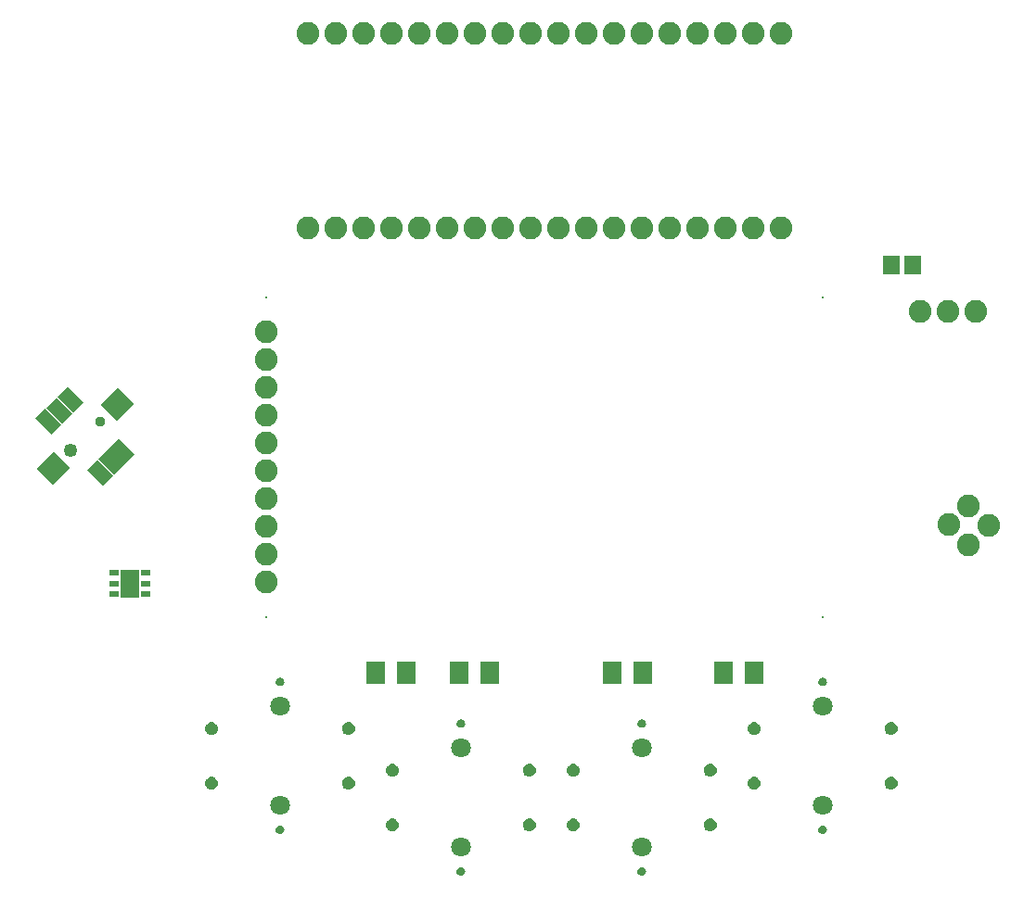
<source format=gbr>
G04 EAGLE Gerber X2 export*
%TF.Part,Single*%
%TF.FileFunction,Soldermask,Top,1*%
%TF.FilePolarity,Negative*%
%TF.GenerationSoftware,Autodesk,EAGLE,9.0.0*%
%TF.CreationDate,2018-05-04T20:30:49Z*%
G75*
%MOMM*%
%FSLAX34Y34*%
%LPD*%
%AMOC8*
5,1,8,0,0,1.08239X$1,22.5*%
G01*
%ADD10C,0.205400*%
%ADD11C,1.803200*%
%ADD12R,1.700000X2.600000*%
%ADD13R,0.950000X0.550000*%
%ADD14C,2.082800*%
%ADD15R,1.803200X2.003200*%
%ADD16R,2.053200X1.303200*%
%ADD17R,2.103200X2.203200*%
%ADD18C,0.953200*%
%ADD19C,1.253200*%
%ADD20R,1.503200X1.803200*%

G36*
X229558Y210421D02*
X229558Y210421D01*
X229648Y210420D01*
X230838Y210577D01*
X230886Y210592D01*
X230976Y210611D01*
X232101Y211029D01*
X232145Y211055D01*
X232228Y211093D01*
X233232Y211751D01*
X233269Y211785D01*
X233341Y211841D01*
X234174Y212706D01*
X234202Y212748D01*
X234260Y212819D01*
X234880Y213847D01*
X234898Y213894D01*
X234939Y213976D01*
X235314Y215116D01*
X235321Y215166D01*
X235343Y215255D01*
X235455Y216451D01*
X235450Y216501D01*
X235452Y216590D01*
X235305Y217741D01*
X235290Y217789D01*
X235272Y217879D01*
X234872Y218968D01*
X234847Y219012D01*
X234809Y219096D01*
X234177Y220069D01*
X234142Y220106D01*
X234087Y220179D01*
X233254Y220987D01*
X233212Y221015D01*
X233142Y221074D01*
X232150Y221677D01*
X232103Y221695D01*
X232022Y221737D01*
X230921Y222104D01*
X230871Y222111D01*
X230782Y222133D01*
X229627Y222246D01*
X229577Y222242D01*
X229481Y222244D01*
X228283Y222083D01*
X228235Y222067D01*
X228145Y222048D01*
X227013Y221625D01*
X226969Y221599D01*
X226886Y221561D01*
X225876Y220896D01*
X225839Y220861D01*
X225767Y220805D01*
X224930Y219932D01*
X224903Y219890D01*
X224844Y219819D01*
X224223Y218782D01*
X224205Y218735D01*
X224164Y218653D01*
X223789Y217504D01*
X223782Y217454D01*
X223760Y217365D01*
X223650Y216161D01*
X223655Y216110D01*
X223653Y216018D01*
X223809Y214871D01*
X223824Y214823D01*
X223843Y214733D01*
X224250Y213649D01*
X224275Y213606D01*
X224314Y213523D01*
X224952Y212556D01*
X224986Y212520D01*
X225042Y212447D01*
X225879Y211647D01*
X225921Y211619D01*
X225992Y211561D01*
X226986Y210967D01*
X227033Y210949D01*
X227115Y210908D01*
X228216Y210550D01*
X228266Y210543D01*
X228355Y210521D01*
X229508Y210417D01*
X229558Y210421D01*
G37*
G36*
X519753Y172270D02*
X519753Y172270D01*
X519843Y172269D01*
X521033Y172426D01*
X521081Y172441D01*
X521171Y172460D01*
X522296Y172878D01*
X522340Y172904D01*
X522423Y172942D01*
X523427Y173600D01*
X523464Y173634D01*
X523536Y173690D01*
X524369Y174555D01*
X524397Y174597D01*
X524455Y174668D01*
X525075Y175696D01*
X525093Y175743D01*
X525134Y175825D01*
X525509Y176966D01*
X525516Y177016D01*
X525538Y177105D01*
X525650Y178300D01*
X525645Y178350D01*
X525647Y178439D01*
X525500Y179590D01*
X525485Y179638D01*
X525467Y179728D01*
X525067Y180818D01*
X525042Y180861D01*
X525004Y180945D01*
X524372Y181918D01*
X524337Y181955D01*
X524282Y182028D01*
X523449Y182836D01*
X523407Y182864D01*
X523337Y182923D01*
X522345Y183526D01*
X522298Y183544D01*
X522217Y183586D01*
X521116Y183953D01*
X521066Y183960D01*
X520977Y183982D01*
X519822Y184095D01*
X519772Y184091D01*
X519676Y184093D01*
X518478Y183932D01*
X518430Y183917D01*
X518340Y183898D01*
X517208Y183474D01*
X517164Y183448D01*
X517081Y183410D01*
X516071Y182745D01*
X516034Y182710D01*
X515962Y182654D01*
X515125Y181781D01*
X515098Y181739D01*
X515039Y181669D01*
X514418Y180632D01*
X514400Y180584D01*
X514359Y180502D01*
X513984Y179353D01*
X513977Y179303D01*
X513955Y179214D01*
X513845Y178010D01*
X513850Y177960D01*
X513848Y177867D01*
X514004Y176720D01*
X514019Y176672D01*
X514038Y176582D01*
X514445Y175498D01*
X514470Y175455D01*
X514509Y175372D01*
X515147Y174405D01*
X515181Y174369D01*
X515237Y174296D01*
X516074Y173496D01*
X516116Y173468D01*
X516187Y173410D01*
X517181Y172816D01*
X517228Y172798D01*
X517310Y172757D01*
X518411Y172399D01*
X518461Y172392D01*
X518550Y172370D01*
X519703Y172266D01*
X519753Y172270D01*
G37*
G36*
X684853Y172270D02*
X684853Y172270D01*
X684943Y172269D01*
X686133Y172426D01*
X686181Y172441D01*
X686271Y172460D01*
X687396Y172878D01*
X687440Y172904D01*
X687523Y172942D01*
X688527Y173600D01*
X688564Y173634D01*
X688636Y173690D01*
X689469Y174555D01*
X689497Y174597D01*
X689555Y174668D01*
X690175Y175696D01*
X690193Y175743D01*
X690234Y175825D01*
X690609Y176966D01*
X690616Y177016D01*
X690638Y177105D01*
X690750Y178300D01*
X690745Y178350D01*
X690747Y178439D01*
X690600Y179590D01*
X690585Y179638D01*
X690567Y179728D01*
X690167Y180818D01*
X690142Y180861D01*
X690104Y180945D01*
X689472Y181918D01*
X689437Y181955D01*
X689382Y182028D01*
X688549Y182836D01*
X688507Y182864D01*
X688437Y182923D01*
X687445Y183526D01*
X687398Y183544D01*
X687317Y183586D01*
X686216Y183953D01*
X686166Y183960D01*
X686077Y183982D01*
X684922Y184095D01*
X684872Y184091D01*
X684776Y184093D01*
X683578Y183932D01*
X683530Y183917D01*
X683440Y183898D01*
X682308Y183474D01*
X682264Y183448D01*
X682181Y183410D01*
X681171Y182745D01*
X681134Y182710D01*
X681062Y182654D01*
X680225Y181781D01*
X680198Y181739D01*
X680139Y181669D01*
X679518Y180632D01*
X679500Y180584D01*
X679459Y180502D01*
X679084Y179353D01*
X679077Y179303D01*
X679055Y179214D01*
X678945Y178010D01*
X678950Y177960D01*
X678948Y177867D01*
X679104Y176720D01*
X679119Y176672D01*
X679138Y176582D01*
X679545Y175498D01*
X679570Y175455D01*
X679609Y175372D01*
X680247Y174405D01*
X680281Y174369D01*
X680337Y174296D01*
X681174Y173496D01*
X681216Y173468D01*
X681287Y173410D01*
X682281Y172816D01*
X682328Y172798D01*
X682410Y172757D01*
X683511Y172399D01*
X683561Y172392D01*
X683650Y172370D01*
X684803Y172266D01*
X684853Y172270D01*
G37*
G36*
X394658Y172321D02*
X394658Y172321D01*
X394748Y172320D01*
X395938Y172477D01*
X395986Y172492D01*
X396076Y172511D01*
X397201Y172929D01*
X397245Y172955D01*
X397328Y172993D01*
X398332Y173651D01*
X398369Y173685D01*
X398441Y173741D01*
X399274Y174606D01*
X399302Y174648D01*
X399360Y174719D01*
X399980Y175747D01*
X399998Y175794D01*
X400039Y175876D01*
X400414Y177016D01*
X400421Y177066D01*
X400443Y177155D01*
X400555Y178351D01*
X400550Y178401D01*
X400552Y178490D01*
X400405Y179641D01*
X400390Y179689D01*
X400372Y179779D01*
X399972Y180868D01*
X399947Y180912D01*
X399909Y180996D01*
X399277Y181969D01*
X399242Y182006D01*
X399187Y182079D01*
X398354Y182887D01*
X398312Y182915D01*
X398242Y182974D01*
X397250Y183577D01*
X397203Y183595D01*
X397122Y183637D01*
X396021Y184004D01*
X395971Y184011D01*
X395882Y184033D01*
X394727Y184146D01*
X394677Y184142D01*
X394581Y184144D01*
X393383Y183983D01*
X393335Y183967D01*
X393245Y183948D01*
X392113Y183525D01*
X392069Y183499D01*
X391986Y183461D01*
X390976Y182796D01*
X390939Y182761D01*
X390867Y182705D01*
X390030Y181832D01*
X390003Y181790D01*
X389944Y181719D01*
X389323Y180682D01*
X389305Y180635D01*
X389264Y180553D01*
X388889Y179404D01*
X388882Y179354D01*
X388860Y179265D01*
X388750Y178061D01*
X388755Y178010D01*
X388753Y177918D01*
X388909Y176771D01*
X388924Y176723D01*
X388943Y176633D01*
X389350Y175549D01*
X389375Y175506D01*
X389414Y175423D01*
X390052Y174456D01*
X390086Y174420D01*
X390142Y174347D01*
X390979Y173547D01*
X391021Y173519D01*
X391092Y173461D01*
X392086Y172867D01*
X392133Y172849D01*
X392215Y172808D01*
X393316Y172450D01*
X393366Y172443D01*
X393455Y172421D01*
X394608Y172317D01*
X394658Y172321D01*
G37*
G36*
X354603Y260358D02*
X354603Y260358D01*
X354692Y260356D01*
X355882Y260513D01*
X355930Y260528D01*
X356020Y260547D01*
X357145Y260965D01*
X357189Y260991D01*
X357272Y261029D01*
X358276Y261687D01*
X358313Y261722D01*
X358386Y261778D01*
X359218Y262642D01*
X359246Y262684D01*
X359305Y262755D01*
X359924Y263783D01*
X359942Y263831D01*
X359983Y263912D01*
X360358Y265053D01*
X360365Y265103D01*
X360387Y265192D01*
X360499Y266387D01*
X360494Y266437D01*
X360496Y266526D01*
X360349Y267677D01*
X360334Y267725D01*
X360316Y267815D01*
X359917Y268905D01*
X359891Y268948D01*
X359853Y269032D01*
X359221Y270005D01*
X359187Y270042D01*
X359131Y270115D01*
X358299Y270923D01*
X358257Y270952D01*
X358186Y271010D01*
X357195Y271613D01*
X357148Y271631D01*
X357066Y271673D01*
X355965Y272040D01*
X355915Y272047D01*
X355826Y272070D01*
X354671Y272183D01*
X354621Y272179D01*
X354525Y272180D01*
X353327Y272019D01*
X353279Y272004D01*
X353189Y271985D01*
X352057Y271561D01*
X352013Y271536D01*
X351930Y271497D01*
X350920Y270832D01*
X350884Y270797D01*
X350811Y270741D01*
X349975Y269869D01*
X349947Y269827D01*
X349888Y269756D01*
X349267Y268719D01*
X349249Y268672D01*
X349208Y268590D01*
X348833Y267440D01*
X348826Y267390D01*
X348804Y267301D01*
X348695Y266097D01*
X348699Y266047D01*
X348698Y265955D01*
X348853Y264807D01*
X348868Y264759D01*
X348887Y264670D01*
X349294Y263586D01*
X349320Y263542D01*
X349358Y263459D01*
X349996Y262493D01*
X350030Y262456D01*
X350087Y262384D01*
X350923Y261583D01*
X350965Y261555D01*
X351036Y261497D01*
X352030Y260903D01*
X352077Y260885D01*
X352159Y260844D01*
X353260Y260486D01*
X353310Y260479D01*
X353399Y260457D01*
X354552Y260353D01*
X354603Y260358D01*
G37*
G36*
X849903Y260358D02*
X849903Y260358D01*
X849992Y260356D01*
X851182Y260513D01*
X851230Y260528D01*
X851320Y260547D01*
X852445Y260965D01*
X852489Y260991D01*
X852572Y261029D01*
X853576Y261687D01*
X853613Y261722D01*
X853686Y261778D01*
X854518Y262642D01*
X854546Y262684D01*
X854605Y262755D01*
X855224Y263783D01*
X855242Y263831D01*
X855283Y263912D01*
X855658Y265053D01*
X855665Y265103D01*
X855687Y265192D01*
X855799Y266387D01*
X855794Y266437D01*
X855796Y266526D01*
X855649Y267677D01*
X855634Y267725D01*
X855616Y267815D01*
X855217Y268905D01*
X855191Y268948D01*
X855153Y269032D01*
X854521Y270005D01*
X854487Y270042D01*
X854431Y270115D01*
X853599Y270923D01*
X853557Y270952D01*
X853486Y271010D01*
X852495Y271613D01*
X852448Y271631D01*
X852366Y271673D01*
X851265Y272040D01*
X851215Y272047D01*
X851126Y272070D01*
X849971Y272183D01*
X849921Y272179D01*
X849825Y272180D01*
X848627Y272019D01*
X848579Y272004D01*
X848489Y271985D01*
X847357Y271561D01*
X847313Y271536D01*
X847230Y271497D01*
X846220Y270832D01*
X846184Y270797D01*
X846111Y270741D01*
X845275Y269869D01*
X845247Y269827D01*
X845188Y269756D01*
X844567Y268719D01*
X844549Y268672D01*
X844508Y268590D01*
X844133Y267440D01*
X844126Y267390D01*
X844104Y267301D01*
X843995Y266097D01*
X843999Y266047D01*
X843998Y265955D01*
X844153Y264807D01*
X844168Y264759D01*
X844187Y264670D01*
X844594Y263586D01*
X844620Y263542D01*
X844658Y263459D01*
X845296Y262493D01*
X845330Y262456D01*
X845387Y262384D01*
X846223Y261583D01*
X846265Y261555D01*
X846336Y261497D01*
X847330Y260903D01*
X847377Y260885D01*
X847459Y260844D01*
X848560Y260486D01*
X848610Y260479D01*
X848699Y260457D01*
X849852Y260353D01*
X849903Y260358D01*
G37*
G36*
X724884Y260332D02*
X724884Y260332D01*
X724974Y260331D01*
X726164Y260488D01*
X726212Y260503D01*
X726301Y260522D01*
X727427Y260940D01*
X727470Y260966D01*
X727553Y261004D01*
X728558Y261662D01*
X728594Y261696D01*
X728667Y261752D01*
X729499Y262617D01*
X729527Y262659D01*
X729586Y262730D01*
X730205Y263758D01*
X730223Y263805D01*
X730264Y263887D01*
X730639Y265027D01*
X730646Y265077D01*
X730668Y265166D01*
X730780Y266362D01*
X730776Y266412D01*
X730778Y266501D01*
X730631Y267652D01*
X730616Y267700D01*
X730597Y267790D01*
X730198Y268879D01*
X730172Y268923D01*
X730134Y269007D01*
X729502Y269980D01*
X729468Y270017D01*
X729412Y270090D01*
X728580Y270898D01*
X728538Y270926D01*
X728467Y270985D01*
X727476Y271588D01*
X727429Y271606D01*
X727347Y271648D01*
X726246Y272015D01*
X726196Y272022D01*
X726107Y272044D01*
X724952Y272157D01*
X724902Y272153D01*
X724806Y272155D01*
X723608Y271994D01*
X723560Y271978D01*
X723470Y271959D01*
X722338Y271536D01*
X722295Y271510D01*
X722211Y271472D01*
X721202Y270807D01*
X721165Y270772D01*
X721092Y270716D01*
X720256Y269843D01*
X720228Y269801D01*
X720170Y269730D01*
X719548Y268693D01*
X719530Y268646D01*
X719489Y268564D01*
X719114Y267415D01*
X719107Y267365D01*
X719086Y267276D01*
X718976Y266072D01*
X718980Y266021D01*
X718979Y265929D01*
X719134Y264782D01*
X719149Y264734D01*
X719169Y264644D01*
X719575Y263560D01*
X719601Y263517D01*
X719639Y263434D01*
X720277Y262467D01*
X720312Y262431D01*
X720368Y262358D01*
X721204Y261558D01*
X721247Y261530D01*
X721317Y261472D01*
X722311Y260878D01*
X722358Y260860D01*
X722440Y260819D01*
X723541Y260461D01*
X723591Y260454D01*
X723680Y260432D01*
X724834Y260328D01*
X724884Y260332D01*
G37*
G36*
X229584Y260332D02*
X229584Y260332D01*
X229674Y260331D01*
X230864Y260488D01*
X230912Y260503D01*
X231001Y260522D01*
X232127Y260940D01*
X232170Y260966D01*
X232253Y261004D01*
X233258Y261662D01*
X233294Y261696D01*
X233367Y261752D01*
X234199Y262617D01*
X234227Y262659D01*
X234286Y262730D01*
X234905Y263758D01*
X234923Y263805D01*
X234964Y263887D01*
X235339Y265027D01*
X235346Y265077D01*
X235368Y265166D01*
X235480Y266362D01*
X235476Y266412D01*
X235478Y266501D01*
X235331Y267652D01*
X235316Y267700D01*
X235297Y267790D01*
X234898Y268879D01*
X234872Y268923D01*
X234834Y269007D01*
X234202Y269980D01*
X234168Y270017D01*
X234112Y270090D01*
X233280Y270898D01*
X233238Y270926D01*
X233167Y270985D01*
X232176Y271588D01*
X232129Y271606D01*
X232047Y271648D01*
X230946Y272015D01*
X230896Y272022D01*
X230807Y272044D01*
X229652Y272157D01*
X229602Y272153D01*
X229506Y272155D01*
X228308Y271994D01*
X228260Y271978D01*
X228170Y271959D01*
X227038Y271536D01*
X226995Y271510D01*
X226911Y271472D01*
X225902Y270807D01*
X225865Y270772D01*
X225792Y270716D01*
X224956Y269843D01*
X224928Y269801D01*
X224870Y269730D01*
X224248Y268693D01*
X224230Y268646D01*
X224189Y268564D01*
X223814Y267415D01*
X223807Y267365D01*
X223786Y267276D01*
X223676Y266072D01*
X223680Y266021D01*
X223679Y265929D01*
X223834Y264782D01*
X223849Y264734D01*
X223869Y264644D01*
X224275Y263560D01*
X224301Y263517D01*
X224339Y263434D01*
X224977Y262467D01*
X225012Y262431D01*
X225068Y262358D01*
X225904Y261558D01*
X225947Y261530D01*
X226017Y261472D01*
X227011Y260878D01*
X227058Y260860D01*
X227140Y260819D01*
X228241Y260461D01*
X228291Y260454D01*
X228380Y260432D01*
X229534Y260328D01*
X229584Y260332D01*
G37*
G36*
X519703Y222258D02*
X519703Y222258D01*
X519792Y222256D01*
X520982Y222413D01*
X521030Y222428D01*
X521120Y222447D01*
X522245Y222865D01*
X522289Y222891D01*
X522372Y222929D01*
X523376Y223587D01*
X523413Y223622D01*
X523486Y223678D01*
X524318Y224542D01*
X524346Y224584D01*
X524405Y224655D01*
X525024Y225683D01*
X525042Y225731D01*
X525083Y225812D01*
X525458Y226953D01*
X525465Y227003D01*
X525487Y227092D01*
X525599Y228287D01*
X525594Y228337D01*
X525596Y228426D01*
X525449Y229577D01*
X525434Y229625D01*
X525416Y229715D01*
X525017Y230805D01*
X524991Y230848D01*
X524953Y230932D01*
X524321Y231905D01*
X524287Y231942D01*
X524231Y232015D01*
X523399Y232823D01*
X523357Y232852D01*
X523286Y232910D01*
X522295Y233513D01*
X522248Y233531D01*
X522166Y233573D01*
X521065Y233940D01*
X521015Y233947D01*
X520926Y233970D01*
X519771Y234083D01*
X519721Y234079D01*
X519625Y234080D01*
X518427Y233919D01*
X518379Y233904D01*
X518289Y233885D01*
X517157Y233461D01*
X517113Y233436D01*
X517030Y233397D01*
X516020Y232732D01*
X515984Y232697D01*
X515911Y232641D01*
X515075Y231769D01*
X515047Y231727D01*
X514988Y231656D01*
X514367Y230619D01*
X514349Y230572D01*
X514308Y230490D01*
X513933Y229340D01*
X513926Y229290D01*
X513904Y229201D01*
X513795Y227997D01*
X513799Y227947D01*
X513798Y227855D01*
X513953Y226707D01*
X513968Y226659D01*
X513987Y226570D01*
X514394Y225486D01*
X514420Y225442D01*
X514458Y225359D01*
X515096Y224393D01*
X515130Y224356D01*
X515187Y224284D01*
X516023Y223483D01*
X516065Y223455D01*
X516136Y223397D01*
X517130Y222803D01*
X517177Y222785D01*
X517259Y222744D01*
X518360Y222386D01*
X518410Y222379D01*
X518499Y222357D01*
X519652Y222253D01*
X519703Y222258D01*
G37*
G36*
X684803Y222258D02*
X684803Y222258D01*
X684892Y222256D01*
X686082Y222413D01*
X686130Y222428D01*
X686220Y222447D01*
X687345Y222865D01*
X687389Y222891D01*
X687472Y222929D01*
X688476Y223587D01*
X688513Y223622D01*
X688586Y223678D01*
X689418Y224542D01*
X689446Y224584D01*
X689505Y224655D01*
X690124Y225683D01*
X690142Y225731D01*
X690183Y225812D01*
X690558Y226953D01*
X690565Y227003D01*
X690587Y227092D01*
X690699Y228287D01*
X690694Y228337D01*
X690696Y228426D01*
X690549Y229577D01*
X690534Y229625D01*
X690516Y229715D01*
X690117Y230805D01*
X690091Y230848D01*
X690053Y230932D01*
X689421Y231905D01*
X689387Y231942D01*
X689331Y232015D01*
X688499Y232823D01*
X688457Y232852D01*
X688386Y232910D01*
X687395Y233513D01*
X687348Y233531D01*
X687266Y233573D01*
X686165Y233940D01*
X686115Y233947D01*
X686026Y233970D01*
X684871Y234083D01*
X684821Y234079D01*
X684725Y234080D01*
X683527Y233919D01*
X683479Y233904D01*
X683389Y233885D01*
X682257Y233461D01*
X682213Y233436D01*
X682130Y233397D01*
X681120Y232732D01*
X681084Y232697D01*
X681011Y232641D01*
X680175Y231769D01*
X680147Y231727D01*
X680088Y231656D01*
X679467Y230619D01*
X679449Y230572D01*
X679408Y230490D01*
X679033Y229340D01*
X679026Y229290D01*
X679004Y229201D01*
X678895Y227997D01*
X678899Y227947D01*
X678898Y227855D01*
X679053Y226707D01*
X679068Y226659D01*
X679087Y226570D01*
X679494Y225486D01*
X679520Y225442D01*
X679558Y225359D01*
X680196Y224393D01*
X680230Y224356D01*
X680287Y224284D01*
X681123Y223483D01*
X681165Y223455D01*
X681236Y223397D01*
X682230Y222803D01*
X682277Y222785D01*
X682359Y222744D01*
X683460Y222386D01*
X683510Y222379D01*
X683599Y222357D01*
X684752Y222253D01*
X684803Y222258D01*
G37*
G36*
X559784Y222232D02*
X559784Y222232D01*
X559874Y222231D01*
X561064Y222388D01*
X561112Y222403D01*
X561201Y222422D01*
X562327Y222840D01*
X562370Y222866D01*
X562453Y222904D01*
X563458Y223562D01*
X563494Y223596D01*
X563567Y223652D01*
X564399Y224517D01*
X564427Y224559D01*
X564486Y224630D01*
X565105Y225658D01*
X565123Y225705D01*
X565164Y225787D01*
X565539Y226927D01*
X565546Y226977D01*
X565568Y227066D01*
X565680Y228262D01*
X565676Y228312D01*
X565678Y228401D01*
X565531Y229552D01*
X565516Y229600D01*
X565497Y229690D01*
X565098Y230779D01*
X565072Y230823D01*
X565034Y230907D01*
X564402Y231880D01*
X564368Y231917D01*
X564312Y231990D01*
X563480Y232798D01*
X563438Y232826D01*
X563367Y232885D01*
X562376Y233488D01*
X562329Y233506D01*
X562247Y233548D01*
X561146Y233915D01*
X561096Y233922D01*
X561007Y233944D01*
X559852Y234057D01*
X559802Y234053D01*
X559706Y234055D01*
X558508Y233894D01*
X558460Y233878D01*
X558370Y233859D01*
X557238Y233436D01*
X557195Y233410D01*
X557111Y233372D01*
X556102Y232707D01*
X556065Y232672D01*
X555992Y232616D01*
X555156Y231743D01*
X555128Y231701D01*
X555070Y231630D01*
X554448Y230593D01*
X554430Y230546D01*
X554389Y230464D01*
X554014Y229315D01*
X554007Y229265D01*
X553986Y229176D01*
X553876Y227972D01*
X553880Y227921D01*
X553879Y227829D01*
X554034Y226682D01*
X554049Y226634D01*
X554069Y226544D01*
X554475Y225460D01*
X554501Y225417D01*
X554539Y225334D01*
X555177Y224367D01*
X555212Y224331D01*
X555268Y224258D01*
X556104Y223458D01*
X556147Y223430D01*
X556217Y223372D01*
X557211Y222778D01*
X557258Y222760D01*
X557340Y222719D01*
X558441Y222361D01*
X558491Y222354D01*
X558580Y222332D01*
X559734Y222228D01*
X559784Y222232D01*
G37*
G36*
X394684Y222232D02*
X394684Y222232D01*
X394774Y222231D01*
X395964Y222388D01*
X396012Y222403D01*
X396101Y222422D01*
X397227Y222840D01*
X397270Y222866D01*
X397353Y222904D01*
X398358Y223562D01*
X398394Y223596D01*
X398467Y223652D01*
X399299Y224517D01*
X399327Y224559D01*
X399386Y224630D01*
X400005Y225658D01*
X400023Y225705D01*
X400064Y225787D01*
X400439Y226927D01*
X400446Y226977D01*
X400468Y227066D01*
X400580Y228262D01*
X400576Y228312D01*
X400578Y228401D01*
X400431Y229552D01*
X400416Y229600D01*
X400397Y229690D01*
X399998Y230779D01*
X399972Y230823D01*
X399934Y230907D01*
X399302Y231880D01*
X399268Y231917D01*
X399212Y231990D01*
X398380Y232798D01*
X398338Y232826D01*
X398267Y232885D01*
X397276Y233488D01*
X397229Y233506D01*
X397147Y233548D01*
X396046Y233915D01*
X395996Y233922D01*
X395907Y233944D01*
X394752Y234057D01*
X394702Y234053D01*
X394606Y234055D01*
X393408Y233894D01*
X393360Y233878D01*
X393270Y233859D01*
X392138Y233436D01*
X392095Y233410D01*
X392011Y233372D01*
X391002Y232707D01*
X390965Y232672D01*
X390892Y232616D01*
X390056Y231743D01*
X390028Y231701D01*
X389970Y231630D01*
X389348Y230593D01*
X389330Y230546D01*
X389289Y230464D01*
X388914Y229315D01*
X388907Y229265D01*
X388886Y229176D01*
X388776Y227972D01*
X388780Y227921D01*
X388779Y227829D01*
X388934Y226682D01*
X388949Y226634D01*
X388969Y226544D01*
X389375Y225460D01*
X389401Y225417D01*
X389439Y225334D01*
X390077Y224367D01*
X390112Y224331D01*
X390168Y224258D01*
X391004Y223458D01*
X391047Y223430D01*
X391117Y223372D01*
X392111Y222778D01*
X392158Y222760D01*
X392240Y222719D01*
X393341Y222361D01*
X393391Y222354D01*
X393480Y222332D01*
X394634Y222228D01*
X394684Y222232D01*
G37*
G36*
X559758Y172321D02*
X559758Y172321D01*
X559848Y172320D01*
X561038Y172477D01*
X561086Y172492D01*
X561176Y172511D01*
X562301Y172929D01*
X562345Y172955D01*
X562428Y172993D01*
X563432Y173651D01*
X563469Y173685D01*
X563541Y173741D01*
X564374Y174606D01*
X564402Y174648D01*
X564460Y174719D01*
X565080Y175747D01*
X565098Y175794D01*
X565139Y175876D01*
X565514Y177016D01*
X565521Y177066D01*
X565543Y177155D01*
X565655Y178351D01*
X565650Y178401D01*
X565652Y178490D01*
X565505Y179641D01*
X565490Y179689D01*
X565472Y179779D01*
X565072Y180868D01*
X565047Y180912D01*
X565009Y180996D01*
X564377Y181969D01*
X564342Y182006D01*
X564287Y182079D01*
X563454Y182887D01*
X563412Y182915D01*
X563342Y182974D01*
X562350Y183577D01*
X562303Y183595D01*
X562222Y183637D01*
X561121Y184004D01*
X561071Y184011D01*
X560982Y184033D01*
X559827Y184146D01*
X559777Y184142D01*
X559681Y184144D01*
X558483Y183983D01*
X558435Y183967D01*
X558345Y183948D01*
X557213Y183525D01*
X557169Y183499D01*
X557086Y183461D01*
X556076Y182796D01*
X556039Y182761D01*
X555967Y182705D01*
X555130Y181832D01*
X555103Y181790D01*
X555044Y181719D01*
X554423Y180682D01*
X554405Y180635D01*
X554364Y180553D01*
X553989Y179404D01*
X553982Y179354D01*
X553960Y179265D01*
X553850Y178061D01*
X553855Y178010D01*
X553853Y177918D01*
X554009Y176771D01*
X554024Y176723D01*
X554043Y176633D01*
X554450Y175549D01*
X554475Y175506D01*
X554514Y175423D01*
X555152Y174456D01*
X555186Y174420D01*
X555242Y174347D01*
X556079Y173547D01*
X556121Y173519D01*
X556192Y173461D01*
X557186Y172867D01*
X557233Y172849D01*
X557315Y172808D01*
X558416Y172450D01*
X558466Y172443D01*
X558555Y172421D01*
X559708Y172317D01*
X559758Y172321D01*
G37*
G36*
X724858Y210421D02*
X724858Y210421D01*
X724948Y210420D01*
X726138Y210577D01*
X726186Y210592D01*
X726276Y210611D01*
X727401Y211029D01*
X727445Y211055D01*
X727528Y211093D01*
X728532Y211751D01*
X728569Y211785D01*
X728641Y211841D01*
X729474Y212706D01*
X729502Y212748D01*
X729560Y212819D01*
X730180Y213847D01*
X730198Y213894D01*
X730239Y213976D01*
X730614Y215116D01*
X730621Y215166D01*
X730643Y215255D01*
X730755Y216451D01*
X730750Y216501D01*
X730752Y216590D01*
X730605Y217741D01*
X730590Y217789D01*
X730572Y217879D01*
X730172Y218968D01*
X730147Y219012D01*
X730109Y219096D01*
X729477Y220069D01*
X729442Y220106D01*
X729387Y220179D01*
X728554Y220987D01*
X728512Y221015D01*
X728442Y221074D01*
X727450Y221677D01*
X727403Y221695D01*
X727322Y221737D01*
X726221Y222104D01*
X726171Y222111D01*
X726082Y222133D01*
X724927Y222246D01*
X724877Y222242D01*
X724781Y222244D01*
X723583Y222083D01*
X723535Y222067D01*
X723445Y222048D01*
X722313Y221625D01*
X722269Y221599D01*
X722186Y221561D01*
X721176Y220896D01*
X721139Y220861D01*
X721067Y220805D01*
X720230Y219932D01*
X720203Y219890D01*
X720144Y219819D01*
X719523Y218782D01*
X719505Y218735D01*
X719464Y218653D01*
X719089Y217504D01*
X719082Y217454D01*
X719060Y217365D01*
X718950Y216161D01*
X718955Y216110D01*
X718953Y216018D01*
X719109Y214871D01*
X719124Y214823D01*
X719143Y214733D01*
X719550Y213649D01*
X719575Y213606D01*
X719614Y213523D01*
X720252Y212556D01*
X720286Y212520D01*
X720342Y212447D01*
X721179Y211647D01*
X721221Y211619D01*
X721292Y211561D01*
X722286Y210967D01*
X722333Y210949D01*
X722415Y210908D01*
X723516Y210550D01*
X723566Y210543D01*
X723655Y210521D01*
X724808Y210417D01*
X724858Y210421D01*
G37*
G36*
X354653Y210370D02*
X354653Y210370D01*
X354743Y210369D01*
X355933Y210526D01*
X355981Y210541D01*
X356071Y210560D01*
X357196Y210978D01*
X357240Y211004D01*
X357323Y211042D01*
X358327Y211700D01*
X358364Y211734D01*
X358436Y211790D01*
X359269Y212655D01*
X359297Y212697D01*
X359355Y212768D01*
X359975Y213796D01*
X359993Y213843D01*
X360034Y213925D01*
X360409Y215066D01*
X360416Y215116D01*
X360438Y215205D01*
X360550Y216400D01*
X360545Y216450D01*
X360547Y216539D01*
X360400Y217690D01*
X360385Y217738D01*
X360367Y217828D01*
X359967Y218918D01*
X359942Y218961D01*
X359904Y219045D01*
X359272Y220018D01*
X359237Y220055D01*
X359182Y220128D01*
X358349Y220936D01*
X358307Y220964D01*
X358237Y221023D01*
X357245Y221626D01*
X357198Y221644D01*
X357117Y221686D01*
X356016Y222053D01*
X355966Y222060D01*
X355877Y222082D01*
X354722Y222195D01*
X354672Y222191D01*
X354576Y222193D01*
X353378Y222032D01*
X353330Y222017D01*
X353240Y221998D01*
X352108Y221574D01*
X352064Y221548D01*
X351981Y221510D01*
X350971Y220845D01*
X350934Y220810D01*
X350862Y220754D01*
X350025Y219881D01*
X349998Y219839D01*
X349939Y219769D01*
X349318Y218732D01*
X349300Y218684D01*
X349259Y218602D01*
X348884Y217453D01*
X348877Y217403D01*
X348855Y217314D01*
X348745Y216110D01*
X348750Y216060D01*
X348748Y215967D01*
X348904Y214820D01*
X348919Y214772D01*
X348938Y214682D01*
X349345Y213598D01*
X349370Y213555D01*
X349409Y213472D01*
X350047Y212505D01*
X350081Y212469D01*
X350137Y212396D01*
X350974Y211596D01*
X351016Y211568D01*
X351087Y211510D01*
X352081Y210916D01*
X352128Y210898D01*
X352210Y210857D01*
X353311Y210499D01*
X353361Y210492D01*
X353450Y210470D01*
X354603Y210366D01*
X354653Y210370D01*
G37*
G36*
X849953Y210370D02*
X849953Y210370D01*
X850043Y210369D01*
X851233Y210526D01*
X851281Y210541D01*
X851371Y210560D01*
X852496Y210978D01*
X852540Y211004D01*
X852623Y211042D01*
X853627Y211700D01*
X853664Y211734D01*
X853736Y211790D01*
X854569Y212655D01*
X854597Y212697D01*
X854655Y212768D01*
X855275Y213796D01*
X855293Y213843D01*
X855334Y213925D01*
X855709Y215066D01*
X855716Y215116D01*
X855738Y215205D01*
X855850Y216400D01*
X855845Y216450D01*
X855847Y216539D01*
X855700Y217690D01*
X855685Y217738D01*
X855667Y217828D01*
X855267Y218918D01*
X855242Y218961D01*
X855204Y219045D01*
X854572Y220018D01*
X854537Y220055D01*
X854482Y220128D01*
X853649Y220936D01*
X853607Y220964D01*
X853537Y221023D01*
X852545Y221626D01*
X852498Y221644D01*
X852417Y221686D01*
X851316Y222053D01*
X851266Y222060D01*
X851177Y222082D01*
X850022Y222195D01*
X849972Y222191D01*
X849876Y222193D01*
X848678Y222032D01*
X848630Y222017D01*
X848540Y221998D01*
X847408Y221574D01*
X847364Y221548D01*
X847281Y221510D01*
X846271Y220845D01*
X846234Y220810D01*
X846162Y220754D01*
X845325Y219881D01*
X845298Y219839D01*
X845239Y219769D01*
X844618Y218732D01*
X844600Y218684D01*
X844559Y218602D01*
X844184Y217453D01*
X844177Y217403D01*
X844155Y217314D01*
X844045Y216110D01*
X844050Y216060D01*
X844048Y215967D01*
X844204Y214820D01*
X844219Y214772D01*
X844238Y214682D01*
X844645Y213598D01*
X844670Y213555D01*
X844709Y213472D01*
X845347Y212505D01*
X845381Y212469D01*
X845437Y212396D01*
X846274Y211596D01*
X846316Y211568D01*
X846387Y211510D01*
X847381Y210916D01*
X847428Y210898D01*
X847510Y210857D01*
X848611Y210499D01*
X848661Y210492D01*
X848750Y210470D01*
X849903Y210366D01*
X849953Y210370D01*
G37*
G36*
X787391Y304935D02*
X787391Y304935D01*
X787471Y304932D01*
X788206Y305015D01*
X788254Y305029D01*
X788344Y305046D01*
X789042Y305290D01*
X789086Y305315D01*
X789170Y305352D01*
X789796Y305745D01*
X789834Y305779D01*
X789907Y305834D01*
X790430Y306357D01*
X790459Y306398D01*
X790519Y306468D01*
X790912Y307094D01*
X790931Y307141D01*
X790937Y307152D01*
X790942Y307159D01*
X790945Y307168D01*
X790974Y307222D01*
X791218Y307920D01*
X791226Y307970D01*
X791233Y307998D01*
X791236Y308005D01*
X791236Y308007D01*
X791249Y308058D01*
X791332Y308793D01*
X791329Y308842D01*
X791331Y308947D01*
X791218Y309801D01*
X791205Y309844D01*
X791175Y309961D01*
X790846Y310758D01*
X790821Y310796D01*
X790763Y310901D01*
X790238Y311585D01*
X790205Y311615D01*
X790121Y311702D01*
X790027Y311774D01*
X789437Y312227D01*
X789397Y312247D01*
X789294Y312310D01*
X788497Y312639D01*
X788453Y312649D01*
X788337Y312682D01*
X787483Y312795D01*
X787451Y312793D01*
X787306Y312793D01*
X786546Y312679D01*
X786498Y312663D01*
X786409Y312642D01*
X785693Y312362D01*
X785650Y312335D01*
X785568Y312296D01*
X784933Y311863D01*
X784897Y311828D01*
X784825Y311770D01*
X784302Y311207D01*
X784275Y311165D01*
X784218Y311093D01*
X783833Y310428D01*
X783816Y310380D01*
X783776Y310298D01*
X783550Y309563D01*
X783544Y309513D01*
X783540Y309497D01*
X783528Y309461D01*
X783528Y309446D01*
X783523Y309424D01*
X783466Y308658D01*
X783471Y308609D01*
X783473Y308502D01*
X783614Y307685D01*
X783629Y307643D01*
X783663Y307527D01*
X784011Y306774D01*
X784037Y306737D01*
X784100Y306634D01*
X784630Y305996D01*
X784665Y305967D01*
X784752Y305884D01*
X785430Y305406D01*
X785471Y305387D01*
X785576Y305329D01*
X786355Y305042D01*
X786399Y305034D01*
X786516Y305006D01*
X787342Y304930D01*
X787391Y304935D01*
G37*
G36*
X457191Y266835D02*
X457191Y266835D01*
X457271Y266832D01*
X458006Y266915D01*
X458054Y266929D01*
X458144Y266946D01*
X458842Y267190D01*
X458886Y267215D01*
X458970Y267252D01*
X459596Y267645D01*
X459634Y267679D01*
X459707Y267734D01*
X460230Y268257D01*
X460259Y268298D01*
X460319Y268368D01*
X460712Y268994D01*
X460731Y269041D01*
X460737Y269052D01*
X460742Y269059D01*
X460745Y269068D01*
X460774Y269122D01*
X461018Y269820D01*
X461026Y269870D01*
X461033Y269898D01*
X461036Y269905D01*
X461036Y269907D01*
X461049Y269958D01*
X461132Y270693D01*
X461129Y270742D01*
X461131Y270847D01*
X461018Y271701D01*
X461005Y271744D01*
X460975Y271861D01*
X460646Y272658D01*
X460621Y272696D01*
X460563Y272801D01*
X460038Y273485D01*
X460005Y273515D01*
X459921Y273602D01*
X459827Y273674D01*
X459237Y274127D01*
X459197Y274147D01*
X459094Y274210D01*
X458297Y274539D01*
X458253Y274549D01*
X458137Y274582D01*
X457283Y274695D01*
X457251Y274693D01*
X457106Y274693D01*
X456346Y274579D01*
X456298Y274563D01*
X456209Y274542D01*
X455493Y274262D01*
X455450Y274235D01*
X455368Y274196D01*
X454733Y273763D01*
X454697Y273728D01*
X454625Y273670D01*
X454102Y273107D01*
X454075Y273065D01*
X454018Y272993D01*
X453633Y272328D01*
X453616Y272280D01*
X453576Y272198D01*
X453350Y271463D01*
X453344Y271413D01*
X453340Y271397D01*
X453328Y271361D01*
X453328Y271346D01*
X453323Y271324D01*
X453266Y270558D01*
X453271Y270509D01*
X453273Y270402D01*
X453414Y269585D01*
X453429Y269543D01*
X453463Y269427D01*
X453811Y268674D01*
X453837Y268637D01*
X453900Y268534D01*
X454430Y267896D01*
X454465Y267867D01*
X454552Y267784D01*
X455230Y267306D01*
X455271Y267287D01*
X455376Y267229D01*
X456155Y266942D01*
X456199Y266934D01*
X456316Y266906D01*
X457142Y266830D01*
X457191Y266835D01*
G37*
G36*
X622291Y266835D02*
X622291Y266835D01*
X622371Y266832D01*
X623106Y266915D01*
X623154Y266929D01*
X623244Y266946D01*
X623942Y267190D01*
X623986Y267215D01*
X624070Y267252D01*
X624696Y267645D01*
X624734Y267679D01*
X624807Y267734D01*
X625330Y268257D01*
X625359Y268298D01*
X625419Y268368D01*
X625812Y268994D01*
X625831Y269041D01*
X625837Y269052D01*
X625842Y269059D01*
X625845Y269068D01*
X625874Y269122D01*
X626118Y269820D01*
X626126Y269870D01*
X626133Y269898D01*
X626136Y269905D01*
X626136Y269907D01*
X626149Y269958D01*
X626232Y270693D01*
X626229Y270742D01*
X626231Y270847D01*
X626118Y271701D01*
X626105Y271744D01*
X626075Y271861D01*
X625746Y272658D01*
X625721Y272696D01*
X625663Y272801D01*
X625138Y273485D01*
X625105Y273515D01*
X625021Y273602D01*
X624927Y273674D01*
X624337Y274127D01*
X624297Y274147D01*
X624194Y274210D01*
X623397Y274539D01*
X623353Y274549D01*
X623237Y274582D01*
X622383Y274695D01*
X622351Y274693D01*
X622206Y274693D01*
X621446Y274579D01*
X621398Y274563D01*
X621309Y274542D01*
X620593Y274262D01*
X620550Y274235D01*
X620468Y274196D01*
X619833Y273763D01*
X619797Y273728D01*
X619725Y273670D01*
X619202Y273107D01*
X619175Y273065D01*
X619118Y272993D01*
X618733Y272328D01*
X618716Y272280D01*
X618676Y272198D01*
X618450Y271463D01*
X618444Y271413D01*
X618440Y271397D01*
X618428Y271361D01*
X618428Y271346D01*
X618423Y271324D01*
X618366Y270558D01*
X618371Y270509D01*
X618373Y270402D01*
X618514Y269585D01*
X618529Y269543D01*
X618563Y269427D01*
X618911Y268674D01*
X618937Y268637D01*
X619000Y268534D01*
X619530Y267896D01*
X619565Y267867D01*
X619652Y267784D01*
X620330Y267306D01*
X620371Y267287D01*
X620476Y267229D01*
X621255Y266942D01*
X621299Y266934D01*
X621416Y266906D01*
X622242Y266830D01*
X622291Y266835D01*
G37*
G36*
X292091Y304935D02*
X292091Y304935D01*
X292171Y304932D01*
X292906Y305015D01*
X292954Y305029D01*
X293044Y305046D01*
X293742Y305290D01*
X293786Y305315D01*
X293870Y305352D01*
X294496Y305745D01*
X294534Y305779D01*
X294607Y305834D01*
X295130Y306357D01*
X295159Y306398D01*
X295219Y306468D01*
X295612Y307094D01*
X295631Y307141D01*
X295637Y307152D01*
X295642Y307159D01*
X295645Y307168D01*
X295674Y307222D01*
X295918Y307920D01*
X295926Y307970D01*
X295933Y307998D01*
X295936Y308005D01*
X295936Y308007D01*
X295949Y308058D01*
X296032Y308793D01*
X296029Y308842D01*
X296031Y308947D01*
X295918Y309801D01*
X295905Y309844D01*
X295875Y309961D01*
X295546Y310758D01*
X295521Y310796D01*
X295463Y310901D01*
X294938Y311585D01*
X294905Y311615D01*
X294821Y311702D01*
X294727Y311774D01*
X294137Y312227D01*
X294097Y312247D01*
X293994Y312310D01*
X293197Y312639D01*
X293153Y312649D01*
X293037Y312682D01*
X292183Y312795D01*
X292151Y312793D01*
X292006Y312793D01*
X291246Y312679D01*
X291198Y312663D01*
X291109Y312642D01*
X290393Y312362D01*
X290350Y312335D01*
X290268Y312296D01*
X289633Y311863D01*
X289597Y311828D01*
X289525Y311770D01*
X289002Y311207D01*
X288975Y311165D01*
X288918Y311093D01*
X288533Y310428D01*
X288516Y310380D01*
X288476Y310298D01*
X288250Y309563D01*
X288244Y309513D01*
X288240Y309497D01*
X288228Y309461D01*
X288228Y309446D01*
X288223Y309424D01*
X288166Y308658D01*
X288171Y308609D01*
X288173Y308502D01*
X288314Y307685D01*
X288329Y307643D01*
X288363Y307527D01*
X288711Y306774D01*
X288737Y306737D01*
X288800Y306634D01*
X289330Y305996D01*
X289365Y305967D01*
X289452Y305884D01*
X290130Y305406D01*
X290171Y305387D01*
X290276Y305329D01*
X291055Y305042D01*
X291099Y305034D01*
X291216Y305006D01*
X292042Y304930D01*
X292091Y304935D01*
G37*
G36*
X787391Y169883D02*
X787391Y169883D01*
X787471Y169880D01*
X788206Y169963D01*
X788254Y169977D01*
X788344Y169994D01*
X789042Y170239D01*
X789086Y170263D01*
X789170Y170300D01*
X789796Y170694D01*
X789834Y170728D01*
X789907Y170782D01*
X790430Y171305D01*
X790459Y171346D01*
X790519Y171416D01*
X790912Y172042D01*
X790931Y172089D01*
X790937Y172100D01*
X790942Y172107D01*
X790945Y172116D01*
X790974Y172170D01*
X791218Y172868D01*
X791226Y172918D01*
X791233Y172946D01*
X791236Y172953D01*
X791236Y172955D01*
X791249Y173006D01*
X791332Y173741D01*
X791329Y173791D01*
X791331Y173895D01*
X791218Y174750D01*
X791205Y174792D01*
X791175Y174910D01*
X790846Y175706D01*
X790821Y175744D01*
X790763Y175849D01*
X790238Y176533D01*
X790205Y176563D01*
X790121Y176650D01*
X790027Y176722D01*
X790027Y176723D01*
X789437Y177175D01*
X789397Y177196D01*
X789294Y177258D01*
X788497Y177588D01*
X788453Y177597D01*
X788337Y177631D01*
X787483Y177743D01*
X787451Y177742D01*
X787306Y177741D01*
X786546Y177627D01*
X786498Y177611D01*
X786409Y177590D01*
X785693Y177310D01*
X785650Y177284D01*
X785568Y177244D01*
X784933Y176811D01*
X784897Y176776D01*
X784825Y176718D01*
X784302Y176155D01*
X784275Y176113D01*
X784218Y176041D01*
X783833Y175376D01*
X783816Y175328D01*
X783776Y175246D01*
X783550Y174512D01*
X783544Y174462D01*
X783540Y174445D01*
X783528Y174409D01*
X783528Y174394D01*
X783523Y174372D01*
X783466Y173606D01*
X783471Y173557D01*
X783473Y173450D01*
X783614Y172633D01*
X783629Y172591D01*
X783663Y172475D01*
X784011Y171722D01*
X784037Y171685D01*
X784100Y171582D01*
X784630Y170944D01*
X784665Y170916D01*
X784752Y170832D01*
X785430Y170354D01*
X785471Y170335D01*
X785576Y170277D01*
X786355Y169990D01*
X786399Y169983D01*
X786516Y169954D01*
X787342Y169879D01*
X787391Y169883D01*
G37*
G36*
X292091Y169883D02*
X292091Y169883D01*
X292171Y169880D01*
X292906Y169963D01*
X292954Y169977D01*
X293044Y169994D01*
X293742Y170239D01*
X293786Y170263D01*
X293870Y170300D01*
X294496Y170694D01*
X294534Y170728D01*
X294607Y170782D01*
X295130Y171305D01*
X295159Y171346D01*
X295219Y171416D01*
X295612Y172042D01*
X295631Y172089D01*
X295637Y172100D01*
X295642Y172107D01*
X295645Y172116D01*
X295674Y172170D01*
X295918Y172868D01*
X295926Y172918D01*
X295933Y172946D01*
X295936Y172953D01*
X295936Y172955D01*
X295949Y173006D01*
X296032Y173741D01*
X296029Y173791D01*
X296031Y173895D01*
X295918Y174750D01*
X295905Y174792D01*
X295875Y174910D01*
X295546Y175706D01*
X295521Y175744D01*
X295463Y175849D01*
X294938Y176533D01*
X294905Y176563D01*
X294821Y176650D01*
X294727Y176722D01*
X294727Y176723D01*
X294137Y177175D01*
X294097Y177196D01*
X293994Y177258D01*
X293197Y177588D01*
X293153Y177597D01*
X293037Y177631D01*
X292183Y177743D01*
X292151Y177742D01*
X292006Y177741D01*
X291246Y177627D01*
X291198Y177611D01*
X291109Y177590D01*
X290393Y177310D01*
X290350Y177284D01*
X290268Y177244D01*
X289633Y176811D01*
X289597Y176776D01*
X289525Y176718D01*
X289002Y176155D01*
X288975Y176113D01*
X288918Y176041D01*
X288533Y175376D01*
X288516Y175328D01*
X288476Y175246D01*
X288250Y174512D01*
X288244Y174462D01*
X288240Y174445D01*
X288228Y174409D01*
X288228Y174394D01*
X288223Y174372D01*
X288166Y173606D01*
X288171Y173557D01*
X288173Y173450D01*
X288314Y172633D01*
X288329Y172591D01*
X288363Y172475D01*
X288711Y171722D01*
X288737Y171685D01*
X288800Y171582D01*
X289330Y170944D01*
X289365Y170916D01*
X289452Y170832D01*
X290130Y170354D01*
X290171Y170335D01*
X290276Y170277D01*
X291055Y169990D01*
X291099Y169983D01*
X291216Y169954D01*
X292042Y169879D01*
X292091Y169883D01*
G37*
G36*
X622291Y131783D02*
X622291Y131783D01*
X622371Y131780D01*
X623106Y131863D01*
X623154Y131877D01*
X623244Y131894D01*
X623942Y132139D01*
X623986Y132163D01*
X624070Y132200D01*
X624696Y132594D01*
X624734Y132628D01*
X624807Y132682D01*
X625330Y133205D01*
X625359Y133246D01*
X625419Y133316D01*
X625812Y133942D01*
X625831Y133989D01*
X625837Y134000D01*
X625842Y134007D01*
X625845Y134016D01*
X625874Y134070D01*
X626118Y134768D01*
X626126Y134818D01*
X626133Y134846D01*
X626136Y134853D01*
X626136Y134855D01*
X626149Y134906D01*
X626232Y135641D01*
X626229Y135691D01*
X626231Y135795D01*
X626118Y136650D01*
X626105Y136692D01*
X626075Y136810D01*
X625746Y137606D01*
X625721Y137644D01*
X625663Y137749D01*
X625138Y138433D01*
X625105Y138463D01*
X625021Y138550D01*
X624927Y138622D01*
X624927Y138623D01*
X624337Y139075D01*
X624297Y139096D01*
X624194Y139158D01*
X623397Y139488D01*
X623353Y139497D01*
X623237Y139531D01*
X622383Y139643D01*
X622351Y139642D01*
X622206Y139641D01*
X621446Y139527D01*
X621398Y139511D01*
X621309Y139490D01*
X620593Y139210D01*
X620550Y139184D01*
X620468Y139144D01*
X619833Y138711D01*
X619797Y138676D01*
X619725Y138618D01*
X619202Y138055D01*
X619175Y138013D01*
X619118Y137941D01*
X618733Y137276D01*
X618716Y137228D01*
X618676Y137146D01*
X618450Y136412D01*
X618444Y136362D01*
X618440Y136345D01*
X618428Y136309D01*
X618428Y136294D01*
X618423Y136272D01*
X618366Y135506D01*
X618371Y135457D01*
X618373Y135350D01*
X618514Y134533D01*
X618529Y134491D01*
X618563Y134375D01*
X618911Y133622D01*
X618937Y133585D01*
X619000Y133482D01*
X619530Y132844D01*
X619565Y132816D01*
X619652Y132732D01*
X620330Y132254D01*
X620371Y132235D01*
X620476Y132177D01*
X621255Y131890D01*
X621299Y131883D01*
X621416Y131854D01*
X622242Y131779D01*
X622291Y131783D01*
G37*
G36*
X457191Y131783D02*
X457191Y131783D01*
X457271Y131780D01*
X458006Y131863D01*
X458054Y131877D01*
X458144Y131894D01*
X458842Y132139D01*
X458886Y132163D01*
X458970Y132200D01*
X459596Y132594D01*
X459634Y132628D01*
X459707Y132682D01*
X460230Y133205D01*
X460259Y133246D01*
X460319Y133316D01*
X460712Y133942D01*
X460731Y133989D01*
X460737Y134000D01*
X460742Y134007D01*
X460745Y134016D01*
X460774Y134070D01*
X461018Y134768D01*
X461026Y134818D01*
X461033Y134846D01*
X461036Y134853D01*
X461036Y134855D01*
X461049Y134906D01*
X461132Y135641D01*
X461129Y135691D01*
X461131Y135795D01*
X461018Y136650D01*
X461005Y136692D01*
X460975Y136810D01*
X460646Y137606D01*
X460621Y137644D01*
X460563Y137749D01*
X460038Y138433D01*
X460005Y138463D01*
X459921Y138550D01*
X459827Y138622D01*
X459827Y138623D01*
X459237Y139075D01*
X459197Y139096D01*
X459094Y139158D01*
X458297Y139488D01*
X458253Y139497D01*
X458137Y139531D01*
X457283Y139643D01*
X457251Y139642D01*
X457106Y139641D01*
X456346Y139527D01*
X456298Y139511D01*
X456209Y139490D01*
X455493Y139210D01*
X455450Y139184D01*
X455368Y139144D01*
X454733Y138711D01*
X454697Y138676D01*
X454625Y138618D01*
X454102Y138055D01*
X454075Y138013D01*
X454018Y137941D01*
X453633Y137276D01*
X453616Y137228D01*
X453576Y137146D01*
X453350Y136412D01*
X453344Y136362D01*
X453340Y136345D01*
X453328Y136309D01*
X453328Y136294D01*
X453323Y136272D01*
X453266Y135506D01*
X453271Y135457D01*
X453273Y135350D01*
X453414Y134533D01*
X453429Y134491D01*
X453463Y134375D01*
X453811Y133622D01*
X453837Y133585D01*
X453900Y133482D01*
X454430Y132844D01*
X454465Y132816D01*
X454552Y132732D01*
X455230Y132254D01*
X455271Y132235D01*
X455376Y132177D01*
X456155Y131890D01*
X456199Y131883D01*
X456316Y131854D01*
X457142Y131779D01*
X457191Y131783D01*
G37*
D10*
X279400Y660400D03*
X787400Y368300D03*
X787400Y660400D03*
X279400Y368300D03*
D11*
X457200Y248200D03*
X457200Y158200D03*
X622300Y248200D03*
X622300Y158200D03*
D12*
X154940Y398780D03*
D13*
X140440Y388780D03*
X140440Y398780D03*
X140440Y408780D03*
X169440Y388780D03*
X169440Y398780D03*
X169440Y408780D03*
D14*
X279400Y400050D03*
X279400Y425450D03*
X279400Y450850D03*
X279400Y476250D03*
X279400Y501650D03*
X279400Y527050D03*
X279400Y552450D03*
X279400Y577850D03*
X279400Y603250D03*
X279400Y628650D03*
D15*
X407700Y317500D03*
X379700Y317500D03*
X595600Y317500D03*
X623600Y317500D03*
X483900Y317500D03*
X455900Y317500D03*
X697200Y317500D03*
X725200Y317500D03*
D11*
X292100Y286300D03*
X292100Y196300D03*
D14*
X876300Y647700D03*
X901700Y647700D03*
X927100Y647700D03*
X749300Y901700D03*
X723900Y901700D03*
X698500Y901700D03*
X673100Y901700D03*
X647700Y901700D03*
X622300Y901700D03*
X596900Y901700D03*
X571500Y901700D03*
X546100Y901700D03*
X520700Y901700D03*
X495300Y901700D03*
X469900Y901700D03*
X469900Y723900D03*
X495300Y723900D03*
X520700Y723900D03*
X546100Y723900D03*
X571500Y723900D03*
X596900Y723900D03*
X622300Y723900D03*
X647700Y723900D03*
X673100Y723900D03*
X698500Y723900D03*
X723900Y723900D03*
X749300Y723900D03*
X444500Y901700D03*
X419100Y901700D03*
X393700Y901700D03*
X368300Y901700D03*
X342900Y901700D03*
X317500Y901700D03*
X317500Y723900D03*
X342900Y723900D03*
X368300Y723900D03*
X393700Y723900D03*
X419100Y723900D03*
X444500Y723900D03*
D11*
X787400Y286300D03*
X787400Y196300D03*
D14*
X920750Y469900D03*
X938711Y451939D03*
X920750Y434340D03*
X902789Y452301D03*
D16*
G36*
X103339Y554945D02*
X88822Y569462D01*
X98037Y578677D01*
X112554Y564160D01*
X103339Y554945D01*
G37*
G36*
X150362Y507922D02*
X135845Y522439D01*
X145060Y531654D01*
X159577Y517137D01*
X150362Y507922D01*
G37*
G36*
X83540Y535146D02*
X69023Y549663D01*
X78238Y558878D01*
X92755Y544361D01*
X83540Y535146D01*
G37*
G36*
X93440Y545045D02*
X78923Y559562D01*
X88138Y568777D01*
X102655Y554260D01*
X93440Y545045D01*
G37*
G36*
X130563Y488123D02*
X116046Y502640D01*
X125261Y511855D01*
X139778Y497338D01*
X130563Y488123D01*
G37*
G36*
X140462Y498023D02*
X125945Y512540D01*
X135160Y521755D01*
X149677Y507238D01*
X140462Y498023D01*
G37*
D17*
G36*
X143151Y547379D02*
X128279Y562251D01*
X143857Y577829D01*
X158729Y562957D01*
X143151Y547379D01*
G37*
G36*
X84743Y488971D02*
X69871Y503843D01*
X85449Y519421D01*
X100321Y504549D01*
X84743Y488971D01*
G37*
D18*
X127735Y546835D03*
D19*
X100865Y519965D03*
D20*
X869290Y689610D03*
X850290Y689610D03*
M02*

</source>
